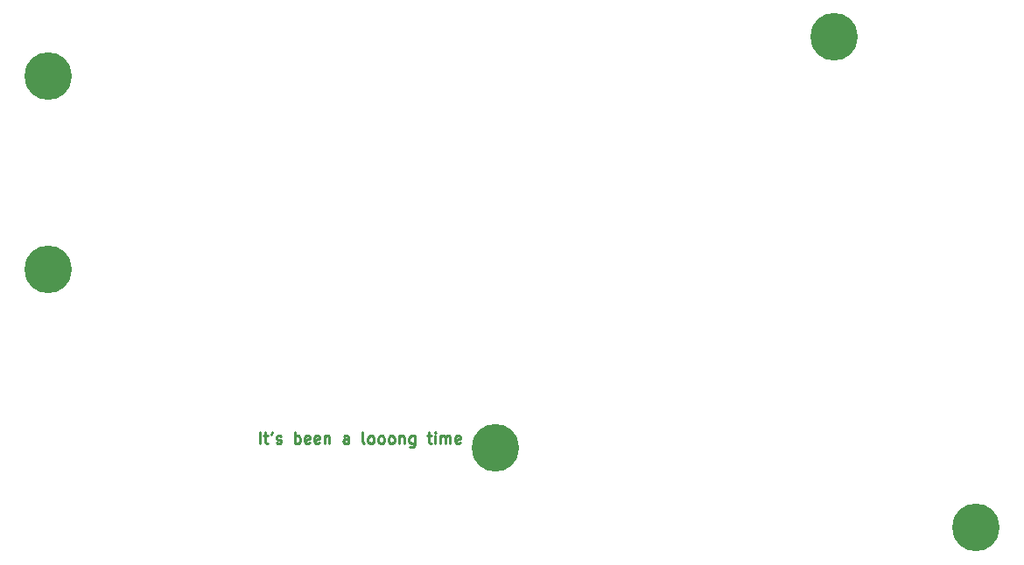
<source format=gts>
G04 #@! TF.GenerationSoftware,KiCad,Pcbnew,(6.0.10)*
G04 #@! TF.CreationDate,2023-01-17T19:16:54+01:00*
G04 #@! TF.ProjectId,corne-top-plate,636f726e-652d-4746-9f70-2d706c617465,2.1*
G04 #@! TF.SameCoordinates,Original*
G04 #@! TF.FileFunction,Soldermask,Top*
G04 #@! TF.FilePolarity,Negative*
%FSLAX46Y46*%
G04 Gerber Fmt 4.6, Leading zero omitted, Abs format (unit mm)*
G04 Created by KiCad (PCBNEW (6.0.10)) date 2023-01-17 19:16:54*
%MOMM*%
%LPD*%
G01*
G04 APERTURE LIST*
%ADD10C,0.275000*%
%ADD11C,4.600000*%
G04 APERTURE END LIST*
D10*
X99959523Y-122342619D02*
X99959523Y-121242619D01*
X100326190Y-121609285D02*
X100745238Y-121609285D01*
X100483333Y-121242619D02*
X100483333Y-122185476D01*
X100535714Y-122290238D01*
X100640476Y-122342619D01*
X100745238Y-122342619D01*
X101164285Y-121242619D02*
X101059523Y-121452142D01*
X101583333Y-122290238D02*
X101688095Y-122342619D01*
X101897619Y-122342619D01*
X102002380Y-122290238D01*
X102054761Y-122185476D01*
X102054761Y-122133095D01*
X102002380Y-122028333D01*
X101897619Y-121975952D01*
X101740476Y-121975952D01*
X101635714Y-121923571D01*
X101583333Y-121818809D01*
X101583333Y-121766428D01*
X101635714Y-121661666D01*
X101740476Y-121609285D01*
X101897619Y-121609285D01*
X102002380Y-121661666D01*
X103364285Y-122342619D02*
X103364285Y-121242619D01*
X103364285Y-121661666D02*
X103469047Y-121609285D01*
X103678571Y-121609285D01*
X103783333Y-121661666D01*
X103835714Y-121714047D01*
X103888095Y-121818809D01*
X103888095Y-122133095D01*
X103835714Y-122237857D01*
X103783333Y-122290238D01*
X103678571Y-122342619D01*
X103469047Y-122342619D01*
X103364285Y-122290238D01*
X104778571Y-122290238D02*
X104673809Y-122342619D01*
X104464285Y-122342619D01*
X104359523Y-122290238D01*
X104307142Y-122185476D01*
X104307142Y-121766428D01*
X104359523Y-121661666D01*
X104464285Y-121609285D01*
X104673809Y-121609285D01*
X104778571Y-121661666D01*
X104830952Y-121766428D01*
X104830952Y-121871190D01*
X104307142Y-121975952D01*
X105721428Y-122290238D02*
X105616666Y-122342619D01*
X105407142Y-122342619D01*
X105302380Y-122290238D01*
X105250000Y-122185476D01*
X105250000Y-121766428D01*
X105302380Y-121661666D01*
X105407142Y-121609285D01*
X105616666Y-121609285D01*
X105721428Y-121661666D01*
X105773809Y-121766428D01*
X105773809Y-121871190D01*
X105250000Y-121975952D01*
X106245238Y-121609285D02*
X106245238Y-122342619D01*
X106245238Y-121714047D02*
X106297619Y-121661666D01*
X106402380Y-121609285D01*
X106559523Y-121609285D01*
X106664285Y-121661666D01*
X106716666Y-121766428D01*
X106716666Y-122342619D01*
X108550000Y-122342619D02*
X108550000Y-121766428D01*
X108497619Y-121661666D01*
X108392857Y-121609285D01*
X108183333Y-121609285D01*
X108078571Y-121661666D01*
X108550000Y-122290238D02*
X108445238Y-122342619D01*
X108183333Y-122342619D01*
X108078571Y-122290238D01*
X108026190Y-122185476D01*
X108026190Y-122080714D01*
X108078571Y-121975952D01*
X108183333Y-121923571D01*
X108445238Y-121923571D01*
X108550000Y-121871190D01*
X110069047Y-122342619D02*
X109964285Y-122290238D01*
X109911904Y-122185476D01*
X109911904Y-121242619D01*
X110645238Y-122342619D02*
X110540476Y-122290238D01*
X110488095Y-122237857D01*
X110435714Y-122133095D01*
X110435714Y-121818809D01*
X110488095Y-121714047D01*
X110540476Y-121661666D01*
X110645238Y-121609285D01*
X110802380Y-121609285D01*
X110907142Y-121661666D01*
X110959523Y-121714047D01*
X111011904Y-121818809D01*
X111011904Y-122133095D01*
X110959523Y-122237857D01*
X110907142Y-122290238D01*
X110802380Y-122342619D01*
X110645238Y-122342619D01*
X111640476Y-122342619D02*
X111535714Y-122290238D01*
X111483333Y-122237857D01*
X111430952Y-122133095D01*
X111430952Y-121818809D01*
X111483333Y-121714047D01*
X111535714Y-121661666D01*
X111640476Y-121609285D01*
X111797619Y-121609285D01*
X111902380Y-121661666D01*
X111954761Y-121714047D01*
X112007142Y-121818809D01*
X112007142Y-122133095D01*
X111954761Y-122237857D01*
X111902380Y-122290238D01*
X111797619Y-122342619D01*
X111640476Y-122342619D01*
X112635714Y-122342619D02*
X112530952Y-122290238D01*
X112478571Y-122237857D01*
X112426190Y-122133095D01*
X112426190Y-121818809D01*
X112478571Y-121714047D01*
X112530952Y-121661666D01*
X112635714Y-121609285D01*
X112792857Y-121609285D01*
X112897619Y-121661666D01*
X112950000Y-121714047D01*
X113002380Y-121818809D01*
X113002380Y-122133095D01*
X112950000Y-122237857D01*
X112897619Y-122290238D01*
X112792857Y-122342619D01*
X112635714Y-122342619D01*
X113473809Y-121609285D02*
X113473809Y-122342619D01*
X113473809Y-121714047D02*
X113526190Y-121661666D01*
X113630952Y-121609285D01*
X113788095Y-121609285D01*
X113892857Y-121661666D01*
X113945238Y-121766428D01*
X113945238Y-122342619D01*
X114940476Y-121609285D02*
X114940476Y-122499761D01*
X114888095Y-122604523D01*
X114835714Y-122656904D01*
X114730952Y-122709285D01*
X114573809Y-122709285D01*
X114469047Y-122656904D01*
X114940476Y-122290238D02*
X114835714Y-122342619D01*
X114626190Y-122342619D01*
X114521428Y-122290238D01*
X114469047Y-122237857D01*
X114416666Y-122133095D01*
X114416666Y-121818809D01*
X114469047Y-121714047D01*
X114521428Y-121661666D01*
X114626190Y-121609285D01*
X114835714Y-121609285D01*
X114940476Y-121661666D01*
X116145238Y-121609285D02*
X116564285Y-121609285D01*
X116302380Y-121242619D02*
X116302380Y-122185476D01*
X116354761Y-122290238D01*
X116459523Y-122342619D01*
X116564285Y-122342619D01*
X116930952Y-122342619D02*
X116930952Y-121609285D01*
X116930952Y-121242619D02*
X116878571Y-121295000D01*
X116930952Y-121347380D01*
X116983333Y-121295000D01*
X116930952Y-121242619D01*
X116930952Y-121347380D01*
X117454761Y-122342619D02*
X117454761Y-121609285D01*
X117454761Y-121714047D02*
X117507142Y-121661666D01*
X117611904Y-121609285D01*
X117769047Y-121609285D01*
X117873809Y-121661666D01*
X117926190Y-121766428D01*
X117926190Y-122342619D01*
X117926190Y-121766428D02*
X117978571Y-121661666D01*
X118083333Y-121609285D01*
X118240476Y-121609285D01*
X118345238Y-121661666D01*
X118397619Y-121766428D01*
X118397619Y-122342619D01*
X119340476Y-122290238D02*
X119235714Y-122342619D01*
X119026190Y-122342619D01*
X118921428Y-122290238D01*
X118869047Y-122185476D01*
X118869047Y-121766428D01*
X118921428Y-121661666D01*
X119026190Y-121609285D01*
X119235714Y-121609285D01*
X119340476Y-121661666D01*
X119392857Y-121766428D01*
X119392857Y-121871190D01*
X118869047Y-121975952D01*
D11*
X169250000Y-130500000D03*
X79500000Y-105500000D03*
X155500000Y-83000000D03*
X79500000Y-86750000D03*
X122750000Y-122750000D03*
M02*

</source>
